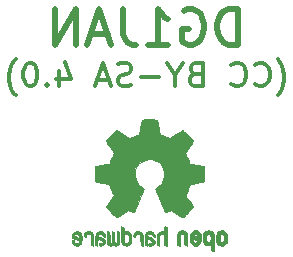
<source format=gbr>
%TF.GenerationSoftware,KiCad,Pcbnew,(6.0.6)*%
%TF.CreationDate,2023-04-06T13:29:05+02:00*%
%TF.ProjectId,1to5UnUn,31746f35-556e-4556-9e2e-6b696361645f,rev?*%
%TF.SameCoordinates,Original*%
%TF.FileFunction,Legend,Bot*%
%TF.FilePolarity,Positive*%
%FSLAX46Y46*%
G04 Gerber Fmt 4.6, Leading zero omitted, Abs format (unit mm)*
G04 Created by KiCad (PCBNEW (6.0.6)) date 2023-04-06 13:29:05*
%MOMM*%
%LPD*%
G01*
G04 APERTURE LIST*
%ADD10C,0.300000*%
%ADD11C,0.500000*%
%ADD12C,0.010000*%
G04 APERTURE END LIST*
D10*
X74595238Y-86916666D02*
X74690476Y-86821428D01*
X74880952Y-86535714D01*
X74976190Y-86345238D01*
X75071428Y-86059523D01*
X75166666Y-85583333D01*
X75166666Y-85202380D01*
X75071428Y-84726190D01*
X74976190Y-84440476D01*
X74880952Y-84250000D01*
X74690476Y-83964285D01*
X74595238Y-83869047D01*
X72690476Y-85964285D02*
X72785714Y-86059523D01*
X73071428Y-86154761D01*
X73261904Y-86154761D01*
X73547619Y-86059523D01*
X73738095Y-85869047D01*
X73833333Y-85678571D01*
X73928571Y-85297619D01*
X73928571Y-85011904D01*
X73833333Y-84630952D01*
X73738095Y-84440476D01*
X73547619Y-84250000D01*
X73261904Y-84154761D01*
X73071428Y-84154761D01*
X72785714Y-84250000D01*
X72690476Y-84345238D01*
X70690476Y-85964285D02*
X70785714Y-86059523D01*
X71071428Y-86154761D01*
X71261904Y-86154761D01*
X71547619Y-86059523D01*
X71738095Y-85869047D01*
X71833333Y-85678571D01*
X71928571Y-85297619D01*
X71928571Y-85011904D01*
X71833333Y-84630952D01*
X71738095Y-84440476D01*
X71547619Y-84250000D01*
X71261904Y-84154761D01*
X71071428Y-84154761D01*
X70785714Y-84250000D01*
X70690476Y-84345238D01*
X67642857Y-85107142D02*
X67357142Y-85202380D01*
X67261904Y-85297619D01*
X67166666Y-85488095D01*
X67166666Y-85773809D01*
X67261904Y-85964285D01*
X67357142Y-86059523D01*
X67547619Y-86154761D01*
X68309523Y-86154761D01*
X68309523Y-84154761D01*
X67642857Y-84154761D01*
X67452380Y-84250000D01*
X67357142Y-84345238D01*
X67261904Y-84535714D01*
X67261904Y-84726190D01*
X67357142Y-84916666D01*
X67452380Y-85011904D01*
X67642857Y-85107142D01*
X68309523Y-85107142D01*
X65928571Y-85202380D02*
X65928571Y-86154761D01*
X66595238Y-84154761D02*
X65928571Y-85202380D01*
X65261904Y-84154761D01*
X64595238Y-85392857D02*
X63071428Y-85392857D01*
X62214285Y-86059523D02*
X61928571Y-86154761D01*
X61452380Y-86154761D01*
X61261904Y-86059523D01*
X61166666Y-85964285D01*
X61071428Y-85773809D01*
X61071428Y-85583333D01*
X61166666Y-85392857D01*
X61261904Y-85297619D01*
X61452380Y-85202380D01*
X61833333Y-85107142D01*
X62023809Y-85011904D01*
X62119047Y-84916666D01*
X62214285Y-84726190D01*
X62214285Y-84535714D01*
X62119047Y-84345238D01*
X62023809Y-84250000D01*
X61833333Y-84154761D01*
X61357142Y-84154761D01*
X61071428Y-84250000D01*
X60309523Y-85583333D02*
X59357142Y-85583333D01*
X60500000Y-86154761D02*
X59833333Y-84154761D01*
X59166666Y-86154761D01*
X56119047Y-84821428D02*
X56119047Y-86154761D01*
X56595238Y-84059523D02*
X57071428Y-85488095D01*
X55833333Y-85488095D01*
X55071428Y-85964285D02*
X54976190Y-86059523D01*
X55071428Y-86154761D01*
X55166666Y-86059523D01*
X55071428Y-85964285D01*
X55071428Y-86154761D01*
X53738095Y-84154761D02*
X53547619Y-84154761D01*
X53357142Y-84250000D01*
X53261904Y-84345238D01*
X53166666Y-84535714D01*
X53071428Y-84916666D01*
X53071428Y-85392857D01*
X53166666Y-85773809D01*
X53261904Y-85964285D01*
X53357142Y-86059523D01*
X53547619Y-86154761D01*
X53738095Y-86154761D01*
X53928571Y-86059523D01*
X54023809Y-85964285D01*
X54119047Y-85773809D01*
X54214285Y-85392857D01*
X54214285Y-84916666D01*
X54119047Y-84535714D01*
X54023809Y-84345238D01*
X53928571Y-84250000D01*
X53738095Y-84154761D01*
X52404761Y-86916666D02*
X52309523Y-86821428D01*
X52119047Y-86535714D01*
X52023809Y-86345238D01*
X51928571Y-86059523D01*
X51833333Y-85583333D01*
X51833333Y-85202380D01*
X51928571Y-84726190D01*
X52023809Y-84440476D01*
X52119047Y-84250000D01*
X52309523Y-83964285D01*
X52404761Y-83869047D01*
D11*
X71214285Y-82607142D02*
X71214285Y-79607142D01*
X70500000Y-79607142D01*
X70071428Y-79750000D01*
X69785714Y-80035714D01*
X69642857Y-80321428D01*
X69500000Y-80892857D01*
X69500000Y-81321428D01*
X69642857Y-81892857D01*
X69785714Y-82178571D01*
X70071428Y-82464285D01*
X70500000Y-82607142D01*
X71214285Y-82607142D01*
X66642857Y-79750000D02*
X66928571Y-79607142D01*
X67357142Y-79607142D01*
X67785714Y-79750000D01*
X68071428Y-80035714D01*
X68214285Y-80321428D01*
X68357142Y-80892857D01*
X68357142Y-81321428D01*
X68214285Y-81892857D01*
X68071428Y-82178571D01*
X67785714Y-82464285D01*
X67357142Y-82607142D01*
X67071428Y-82607142D01*
X66642857Y-82464285D01*
X66500000Y-82321428D01*
X66500000Y-81321428D01*
X67071428Y-81321428D01*
X63642857Y-82607142D02*
X65357142Y-82607142D01*
X64500000Y-82607142D02*
X64500000Y-79607142D01*
X64785714Y-80035714D01*
X65071428Y-80321428D01*
X65357142Y-80464285D01*
X61500000Y-79607142D02*
X61500000Y-81750000D01*
X61642857Y-82178571D01*
X61928571Y-82464285D01*
X62357142Y-82607142D01*
X62642857Y-82607142D01*
X60214285Y-81750000D02*
X58785714Y-81750000D01*
X60500000Y-82607142D02*
X59500000Y-79607142D01*
X58500000Y-82607142D01*
X57500000Y-82607142D02*
X57500000Y-79607142D01*
X55785714Y-82607142D01*
X55785714Y-79607142D01*
%TO.C,REF\u002A\u002A*%
G36*
X66628487Y-98357689D02*
G01*
X66764848Y-98421770D01*
X66876598Y-98532584D01*
X66899761Y-98567273D01*
X66918973Y-98606590D01*
X66932598Y-98656145D01*
X66941877Y-98725568D01*
X66948050Y-98824490D01*
X66952357Y-98962539D01*
X66956038Y-99149346D01*
X66965180Y-99667542D01*
X66888383Y-99638344D01*
X66818068Y-99611520D01*
X66765424Y-99585706D01*
X66731060Y-99552431D01*
X66711093Y-99501510D01*
X66701639Y-99422761D01*
X66698814Y-99305999D01*
X66698736Y-99141042D01*
X66698336Y-99009558D01*
X66695951Y-98883394D01*
X66690259Y-98797223D01*
X66679961Y-98740672D01*
X66663755Y-98703370D01*
X66640345Y-98674943D01*
X66582793Y-98634827D01*
X66486112Y-98619706D01*
X66390465Y-98657917D01*
X66384152Y-98662810D01*
X66364477Y-98685413D01*
X66349963Y-98721664D01*
X66339394Y-98780511D01*
X66331555Y-98870901D01*
X66325227Y-99001779D01*
X66319195Y-99182095D01*
X66304598Y-99664907D01*
X66180517Y-99609283D01*
X66056437Y-99553659D01*
X66056437Y-99112851D01*
X66056951Y-98993098D01*
X66061380Y-98826506D01*
X66072594Y-98702468D01*
X66093272Y-98610987D01*
X66126093Y-98542066D01*
X66173736Y-98485707D01*
X66238877Y-98431914D01*
X66332571Y-98377719D01*
X66480175Y-98342339D01*
X66628487Y-98357689D01*
G37*
D12*
X66628487Y-98357689D02*
X66764848Y-98421770D01*
X66876598Y-98532584D01*
X66899761Y-98567273D01*
X66918973Y-98606590D01*
X66932598Y-98656145D01*
X66941877Y-98725568D01*
X66948050Y-98824490D01*
X66952357Y-98962539D01*
X66956038Y-99149346D01*
X66965180Y-99667542D01*
X66888383Y-99638344D01*
X66818068Y-99611520D01*
X66765424Y-99585706D01*
X66731060Y-99552431D01*
X66711093Y-99501510D01*
X66701639Y-99422761D01*
X66698814Y-99305999D01*
X66698736Y-99141042D01*
X66698336Y-99009558D01*
X66695951Y-98883394D01*
X66690259Y-98797223D01*
X66679961Y-98740672D01*
X66663755Y-98703370D01*
X66640345Y-98674943D01*
X66582793Y-98634827D01*
X66486112Y-98619706D01*
X66390465Y-98657917D01*
X66384152Y-98662810D01*
X66364477Y-98685413D01*
X66349963Y-98721664D01*
X66339394Y-98780511D01*
X66331555Y-98870901D01*
X66325227Y-99001779D01*
X66319195Y-99182095D01*
X66304598Y-99664907D01*
X66180517Y-99609283D01*
X66056437Y-99553659D01*
X66056437Y-99112851D01*
X66056951Y-98993098D01*
X66061380Y-98826506D01*
X66072594Y-98702468D01*
X66093272Y-98610987D01*
X66126093Y-98542066D01*
X66173736Y-98485707D01*
X66238877Y-98431914D01*
X66332571Y-98377719D01*
X66480175Y-98342339D01*
X66628487Y-98357689D01*
G36*
X65114885Y-98018997D02*
G01*
X65209770Y-98059020D01*
X65209770Y-98848706D01*
X65209769Y-98857920D01*
X65209377Y-99065083D01*
X65208329Y-99251432D01*
X65206722Y-99409453D01*
X65204655Y-99531630D01*
X65202225Y-99610448D01*
X65199529Y-99638391D01*
X65198475Y-99638297D01*
X65162647Y-99628144D01*
X65097345Y-99606339D01*
X65005402Y-99574288D01*
X65005402Y-99162991D01*
X65004818Y-99001385D01*
X65002104Y-98884177D01*
X64995858Y-98804415D01*
X64984680Y-98751531D01*
X64967168Y-98714957D01*
X64941922Y-98684123D01*
X64924710Y-98667725D01*
X64831636Y-98622307D01*
X64729051Y-98626328D01*
X64635043Y-98680032D01*
X64621358Y-98693359D01*
X64599439Y-98721032D01*
X64584440Y-98757614D01*
X64575053Y-98813000D01*
X64569968Y-98897088D01*
X64567877Y-99019773D01*
X64567471Y-99190951D01*
X64567276Y-99277769D01*
X64566010Y-99420565D01*
X64563761Y-99534923D01*
X64560758Y-99610860D01*
X64557230Y-99638391D01*
X64556176Y-99638297D01*
X64520348Y-99628144D01*
X64455046Y-99606339D01*
X64363103Y-99574288D01*
X64363149Y-99161109D01*
X64363218Y-99124326D01*
X64367081Y-98932580D01*
X64378950Y-98787586D01*
X64401725Y-98679510D01*
X64438307Y-98598519D01*
X64491595Y-98534778D01*
X64564490Y-98478455D01*
X64635586Y-98443199D01*
X64749255Y-98415946D01*
X64861060Y-98414398D01*
X64947011Y-98440910D01*
X64953473Y-98444571D01*
X64973401Y-98444179D01*
X64987019Y-98413506D01*
X64996846Y-98343188D01*
X65005402Y-98223857D01*
X65020000Y-97978973D01*
X65114885Y-98018997D01*
G37*
X65114885Y-98018997D02*
X65209770Y-98059020D01*
X65209770Y-98848706D01*
X65209769Y-98857920D01*
X65209377Y-99065083D01*
X65208329Y-99251432D01*
X65206722Y-99409453D01*
X65204655Y-99531630D01*
X65202225Y-99610448D01*
X65199529Y-99638391D01*
X65198475Y-99638297D01*
X65162647Y-99628144D01*
X65097345Y-99606339D01*
X65005402Y-99574288D01*
X65005402Y-99162991D01*
X65004818Y-99001385D01*
X65002104Y-98884177D01*
X64995858Y-98804415D01*
X64984680Y-98751531D01*
X64967168Y-98714957D01*
X64941922Y-98684123D01*
X64924710Y-98667725D01*
X64831636Y-98622307D01*
X64729051Y-98626328D01*
X64635043Y-98680032D01*
X64621358Y-98693359D01*
X64599439Y-98721032D01*
X64584440Y-98757614D01*
X64575053Y-98813000D01*
X64569968Y-98897088D01*
X64567877Y-99019773D01*
X64567471Y-99190951D01*
X64567276Y-99277769D01*
X64566010Y-99420565D01*
X64563761Y-99534923D01*
X64560758Y-99610860D01*
X64557230Y-99638391D01*
X64556176Y-99638297D01*
X64520348Y-99628144D01*
X64455046Y-99606339D01*
X64363103Y-99574288D01*
X64363149Y-99161109D01*
X64363218Y-99124326D01*
X64367081Y-98932580D01*
X64378950Y-98787586D01*
X64401725Y-98679510D01*
X64438307Y-98598519D01*
X64491595Y-98534778D01*
X64564490Y-98478455D01*
X64635586Y-98443199D01*
X64749255Y-98415946D01*
X64861060Y-98414398D01*
X64947011Y-98440910D01*
X64953473Y-98444571D01*
X64973401Y-98444179D01*
X64987019Y-98413506D01*
X64996846Y-98343188D01*
X65005402Y-98223857D01*
X65020000Y-97978973D01*
X65114885Y-98018997D01*
G36*
X59661628Y-98414810D02*
G01*
X59724194Y-98430702D01*
X59782446Y-98470322D01*
X59857418Y-98544076D01*
X59905633Y-98596163D01*
X59955858Y-98663786D01*
X59978510Y-98727168D01*
X59983793Y-98807584D01*
X59983793Y-98939201D01*
X59894035Y-98892785D01*
X59822904Y-98836225D01*
X59774183Y-98760040D01*
X59765814Y-98739326D01*
X59702056Y-98659041D01*
X59613470Y-98618784D01*
X59516873Y-98622702D01*
X59429080Y-98674943D01*
X59391936Y-98717370D01*
X59370300Y-98771647D01*
X59393461Y-98819954D01*
X59465479Y-98868545D01*
X59590410Y-98923677D01*
X59609368Y-98931292D01*
X59723105Y-98981125D01*
X59820706Y-99030265D01*
X59882803Y-99069080D01*
X59944999Y-99138411D01*
X59986346Y-99249051D01*
X59981957Y-99367782D01*
X59933037Y-99480148D01*
X59840797Y-99571690D01*
X59766110Y-99610658D01*
X59621832Y-99637944D01*
X59541656Y-99634263D01*
X59467435Y-99614360D01*
X59438960Y-99572598D01*
X59449608Y-99503820D01*
X59452705Y-99494726D01*
X59477268Y-99446498D01*
X59518165Y-99428245D01*
X59596079Y-99429466D01*
X59651091Y-99431126D01*
X59715459Y-99416881D01*
X59759561Y-99374292D01*
X59784680Y-99321857D01*
X59787481Y-99266929D01*
X59787352Y-99266608D01*
X59754785Y-99236928D01*
X59685083Y-99193735D01*
X59594898Y-99145461D01*
X59500883Y-99100539D01*
X59419689Y-99067402D01*
X59367968Y-99054483D01*
X59360274Y-99067134D01*
X59350588Y-99126668D01*
X59343954Y-99223887D01*
X59341494Y-99346437D01*
X59340922Y-99431263D01*
X59338225Y-99538094D01*
X59333821Y-99611257D01*
X59328270Y-99638391D01*
X59299254Y-99629272D01*
X59240684Y-99604509D01*
X59166322Y-99570627D01*
X59166322Y-99135933D01*
X59166797Y-99024508D01*
X59171293Y-98855301D01*
X59182747Y-98729769D01*
X59203828Y-98638363D01*
X59237206Y-98571532D01*
X59285550Y-98519726D01*
X59351531Y-98473393D01*
X59435594Y-98435156D01*
X59590807Y-98412184D01*
X59661628Y-98414810D01*
G37*
X59661628Y-98414810D02*
X59724194Y-98430702D01*
X59782446Y-98470322D01*
X59857418Y-98544076D01*
X59905633Y-98596163D01*
X59955858Y-98663786D01*
X59978510Y-98727168D01*
X59983793Y-98807584D01*
X59983793Y-98939201D01*
X59894035Y-98892785D01*
X59822904Y-98836225D01*
X59774183Y-98760040D01*
X59765814Y-98739326D01*
X59702056Y-98659041D01*
X59613470Y-98618784D01*
X59516873Y-98622702D01*
X59429080Y-98674943D01*
X59391936Y-98717370D01*
X59370300Y-98771647D01*
X59393461Y-98819954D01*
X59465479Y-98868545D01*
X59590410Y-98923677D01*
X59609368Y-98931292D01*
X59723105Y-98981125D01*
X59820706Y-99030265D01*
X59882803Y-99069080D01*
X59944999Y-99138411D01*
X59986346Y-99249051D01*
X59981957Y-99367782D01*
X59933037Y-99480148D01*
X59840797Y-99571690D01*
X59766110Y-99610658D01*
X59621832Y-99637944D01*
X59541656Y-99634263D01*
X59467435Y-99614360D01*
X59438960Y-99572598D01*
X59449608Y-99503820D01*
X59452705Y-99494726D01*
X59477268Y-99446498D01*
X59518165Y-99428245D01*
X59596079Y-99429466D01*
X59651091Y-99431126D01*
X59715459Y-99416881D01*
X59759561Y-99374292D01*
X59784680Y-99321857D01*
X59787481Y-99266929D01*
X59787352Y-99266608D01*
X59754785Y-99236928D01*
X59685083Y-99193735D01*
X59594898Y-99145461D01*
X59500883Y-99100539D01*
X59419689Y-99067402D01*
X59367968Y-99054483D01*
X59360274Y-99067134D01*
X59350588Y-99126668D01*
X59343954Y-99223887D01*
X59341494Y-99346437D01*
X59340922Y-99431263D01*
X59338225Y-99538094D01*
X59333821Y-99611257D01*
X59328270Y-99638391D01*
X59299254Y-99629272D01*
X59240684Y-99604509D01*
X59166322Y-99570627D01*
X59166322Y-99135933D01*
X59166797Y-99024508D01*
X59171293Y-98855301D01*
X59182747Y-98729769D01*
X59203828Y-98638363D01*
X59237206Y-98571532D01*
X59285550Y-98519726D01*
X59351531Y-98473393D01*
X59435594Y-98435156D01*
X59590807Y-98412184D01*
X59661628Y-98414810D01*
G36*
X58686725Y-98424619D02*
G01*
X58807261Y-98469393D01*
X58857388Y-98503034D01*
X58908152Y-98551236D01*
X58944362Y-98612551D01*
X58968393Y-98696024D01*
X58982618Y-98810697D01*
X58989412Y-98965613D01*
X58991149Y-99169814D01*
X58990809Y-99275341D01*
X58989101Y-99419541D01*
X58986201Y-99534620D01*
X58982384Y-99610822D01*
X58977925Y-99638391D01*
X58948909Y-99629272D01*
X58890339Y-99604509D01*
X58888581Y-99603707D01*
X58858167Y-99587785D01*
X58837712Y-99565938D01*
X58825240Y-99527672D01*
X58818777Y-99462495D01*
X58816348Y-99359913D01*
X58815977Y-99209433D01*
X58815229Y-99113974D01*
X58807256Y-98934571D01*
X58788998Y-98803163D01*
X58758526Y-98712859D01*
X58713912Y-98656767D01*
X58653226Y-98627994D01*
X58644807Y-98625989D01*
X58531139Y-98624423D01*
X58442492Y-98675348D01*
X58381265Y-98777445D01*
X58370346Y-98806961D01*
X58345458Y-98872283D01*
X58332854Y-98902300D01*
X58306969Y-98898164D01*
X58250439Y-98875717D01*
X58197715Y-98838647D01*
X58173678Y-98768587D01*
X58180847Y-98718406D01*
X58224897Y-98616618D01*
X58296123Y-98521235D01*
X58379415Y-98455269D01*
X58414310Y-98440018D01*
X58546443Y-98414521D01*
X58686725Y-98424619D01*
G37*
X58686725Y-98424619D02*
X58807261Y-98469393D01*
X58857388Y-98503034D01*
X58908152Y-98551236D01*
X58944362Y-98612551D01*
X58968393Y-98696024D01*
X58982618Y-98810697D01*
X58989412Y-98965613D01*
X58991149Y-99169814D01*
X58990809Y-99275341D01*
X58989101Y-99419541D01*
X58986201Y-99534620D01*
X58982384Y-99610822D01*
X58977925Y-99638391D01*
X58948909Y-99629272D01*
X58890339Y-99604509D01*
X58888581Y-99603707D01*
X58858167Y-99587785D01*
X58837712Y-99565938D01*
X58825240Y-99527672D01*
X58818777Y-99462495D01*
X58816348Y-99359913D01*
X58815977Y-99209433D01*
X58815229Y-99113974D01*
X58807256Y-98934571D01*
X58788998Y-98803163D01*
X58758526Y-98712859D01*
X58713912Y-98656767D01*
X58653226Y-98627994D01*
X58644807Y-98625989D01*
X58531139Y-98624423D01*
X58442492Y-98675348D01*
X58381265Y-98777445D01*
X58370346Y-98806961D01*
X58345458Y-98872283D01*
X58332854Y-98902300D01*
X58306969Y-98898164D01*
X58250439Y-98875717D01*
X58197715Y-98838647D01*
X58173678Y-98768587D01*
X58180847Y-98718406D01*
X58224897Y-98616618D01*
X58296123Y-98521235D01*
X58379415Y-98455269D01*
X58414310Y-98440018D01*
X58546443Y-98414521D01*
X58686725Y-98424619D01*
G36*
X62200219Y-99139135D02*
G01*
X62183739Y-99294320D01*
X62147883Y-99410612D01*
X62088455Y-99499411D01*
X62001257Y-99572119D01*
X61918195Y-99614150D01*
X61778709Y-99637538D01*
X61639412Y-99611965D01*
X61513510Y-99540694D01*
X61414210Y-99426991D01*
X61402219Y-99406024D01*
X61386384Y-99369291D01*
X61374638Y-99322415D01*
X61366378Y-99257355D01*
X61360998Y-99166070D01*
X61357892Y-99040519D01*
X61357797Y-99029379D01*
X61560345Y-99029379D01*
X61561035Y-99135644D01*
X61565400Y-99231762D01*
X61576192Y-99293811D01*
X61596126Y-99335502D01*
X61627916Y-99370543D01*
X61635364Y-99377279D01*
X61731060Y-99426992D01*
X61832312Y-99421905D01*
X61926614Y-99362362D01*
X61954694Y-99331514D01*
X61978196Y-99290618D01*
X61991322Y-99234080D01*
X61997030Y-99147657D01*
X61998276Y-99017106D01*
X61997661Y-98917487D01*
X61993407Y-98820251D01*
X61982682Y-98757502D01*
X61962707Y-98715382D01*
X61930704Y-98680032D01*
X61911905Y-98664114D01*
X61814492Y-98621235D01*
X61712437Y-98627985D01*
X61623825Y-98684123D01*
X61604749Y-98706382D01*
X61581486Y-98748293D01*
X61568036Y-98806822D01*
X61561841Y-98895880D01*
X61560345Y-99029379D01*
X61357797Y-99029379D01*
X61356457Y-98872661D01*
X61356086Y-98654455D01*
X61355977Y-97977072D01*
X61450862Y-98016819D01*
X61475949Y-98027699D01*
X61515881Y-98052268D01*
X61538739Y-98089475D01*
X61551301Y-98154541D01*
X61560345Y-98262687D01*
X61568605Y-98359788D01*
X61579523Y-98423535D01*
X61595165Y-98447323D01*
X61618736Y-98440943D01*
X61678801Y-98418525D01*
X61786145Y-98412967D01*
X61901624Y-98433728D01*
X62001257Y-98478455D01*
X62056072Y-98519856D01*
X62126452Y-98600632D01*
X62171528Y-98704195D01*
X62195496Y-98841947D01*
X62202239Y-99017106D01*
X62202553Y-99025287D01*
X62200219Y-99139135D01*
G37*
X62200219Y-99139135D02*
X62183739Y-99294320D01*
X62147883Y-99410612D01*
X62088455Y-99499411D01*
X62001257Y-99572119D01*
X61918195Y-99614150D01*
X61778709Y-99637538D01*
X61639412Y-99611965D01*
X61513510Y-99540694D01*
X61414210Y-99426991D01*
X61402219Y-99406024D01*
X61386384Y-99369291D01*
X61374638Y-99322415D01*
X61366378Y-99257355D01*
X61360998Y-99166070D01*
X61357892Y-99040519D01*
X61357797Y-99029379D01*
X61560345Y-99029379D01*
X61561035Y-99135644D01*
X61565400Y-99231762D01*
X61576192Y-99293811D01*
X61596126Y-99335502D01*
X61627916Y-99370543D01*
X61635364Y-99377279D01*
X61731060Y-99426992D01*
X61832312Y-99421905D01*
X61926614Y-99362362D01*
X61954694Y-99331514D01*
X61978196Y-99290618D01*
X61991322Y-99234080D01*
X61997030Y-99147657D01*
X61998276Y-99017106D01*
X61997661Y-98917487D01*
X61993407Y-98820251D01*
X61982682Y-98757502D01*
X61962707Y-98715382D01*
X61930704Y-98680032D01*
X61911905Y-98664114D01*
X61814492Y-98621235D01*
X61712437Y-98627985D01*
X61623825Y-98684123D01*
X61604749Y-98706382D01*
X61581486Y-98748293D01*
X61568036Y-98806822D01*
X61561841Y-98895880D01*
X61560345Y-99029379D01*
X61357797Y-99029379D01*
X61356457Y-98872661D01*
X61356086Y-98654455D01*
X61355977Y-97977072D01*
X61450862Y-98016819D01*
X61475949Y-98027699D01*
X61515881Y-98052268D01*
X61538739Y-98089475D01*
X61551301Y-98154541D01*
X61560345Y-98262687D01*
X61568605Y-98359788D01*
X61579523Y-98423535D01*
X61595165Y-98447323D01*
X61618736Y-98440943D01*
X61678801Y-98418525D01*
X61786145Y-98412967D01*
X61901624Y-98433728D01*
X62001257Y-98478455D01*
X62056072Y-98519856D01*
X62126452Y-98600632D01*
X62171528Y-98704195D01*
X62195496Y-98841947D01*
X62202239Y-99017106D01*
X62202553Y-99025287D01*
X62200219Y-99139135D01*
G36*
X57997744Y-99108946D02*
G01*
X57990612Y-99262254D01*
X57971948Y-99374441D01*
X57937537Y-99457554D01*
X57883162Y-99523641D01*
X57804610Y-99584747D01*
X57754630Y-99612535D01*
X57674513Y-99631251D01*
X57561970Y-99629774D01*
X57499050Y-99623845D01*
X57423153Y-99605742D01*
X57362487Y-99566391D01*
X57291912Y-99493066D01*
X57282482Y-99482356D01*
X57219034Y-99399938D01*
X57188762Y-99328156D01*
X57181034Y-99243034D01*
X57181034Y-99117946D01*
X57268447Y-99150940D01*
X57332175Y-99189509D01*
X57387567Y-99280008D01*
X57399131Y-99308983D01*
X57463788Y-99391041D01*
X57551804Y-99432347D01*
X57647637Y-99428633D01*
X57735747Y-99375632D01*
X57766028Y-99342582D01*
X57793489Y-99292720D01*
X57784899Y-99247416D01*
X57735463Y-99200790D01*
X57640389Y-99146958D01*
X57494885Y-99080039D01*
X57195632Y-98949056D01*
X57187691Y-98819298D01*
X57190676Y-98736649D01*
X57385652Y-98736649D01*
X57400453Y-98787815D01*
X57467797Y-98842442D01*
X57590027Y-98904597D01*
X57610253Y-98913601D01*
X57706970Y-98955493D01*
X57779334Y-98984958D01*
X57812961Y-98996092D01*
X57818056Y-98987896D01*
X57820101Y-98937853D01*
X57812812Y-98857414D01*
X57794452Y-98778753D01*
X57737188Y-98679651D01*
X57654524Y-98623808D01*
X57555784Y-98616250D01*
X57450289Y-98662000D01*
X57421053Y-98684876D01*
X57385652Y-98736649D01*
X57190676Y-98736649D01*
X57191196Y-98722255D01*
X57235336Y-98599617D01*
X57291050Y-98532034D01*
X57406561Y-98456540D01*
X57543588Y-98418403D01*
X57685237Y-98421422D01*
X57814617Y-98469393D01*
X57843099Y-98487813D01*
X57908428Y-98544811D01*
X57953106Y-98616916D01*
X57980641Y-98714853D01*
X57994541Y-98849351D01*
X57996378Y-98937853D01*
X57998313Y-99031136D01*
X57997744Y-99108946D01*
G37*
X57997744Y-99108946D02*
X57990612Y-99262254D01*
X57971948Y-99374441D01*
X57937537Y-99457554D01*
X57883162Y-99523641D01*
X57804610Y-99584747D01*
X57754630Y-99612535D01*
X57674513Y-99631251D01*
X57561970Y-99629774D01*
X57499050Y-99623845D01*
X57423153Y-99605742D01*
X57362487Y-99566391D01*
X57291912Y-99493066D01*
X57282482Y-99482356D01*
X57219034Y-99399938D01*
X57188762Y-99328156D01*
X57181034Y-99243034D01*
X57181034Y-99117946D01*
X57268447Y-99150940D01*
X57332175Y-99189509D01*
X57387567Y-99280008D01*
X57399131Y-99308983D01*
X57463788Y-99391041D01*
X57551804Y-99432347D01*
X57647637Y-99428633D01*
X57735747Y-99375632D01*
X57766028Y-99342582D01*
X57793489Y-99292720D01*
X57784899Y-99247416D01*
X57735463Y-99200790D01*
X57640389Y-99146958D01*
X57494885Y-99080039D01*
X57195632Y-98949056D01*
X57187691Y-98819298D01*
X57190676Y-98736649D01*
X57385652Y-98736649D01*
X57400453Y-98787815D01*
X57467797Y-98842442D01*
X57590027Y-98904597D01*
X57610253Y-98913601D01*
X57706970Y-98955493D01*
X57779334Y-98984958D01*
X57812961Y-98996092D01*
X57818056Y-98987896D01*
X57820101Y-98937853D01*
X57812812Y-98857414D01*
X57794452Y-98778753D01*
X57737188Y-98679651D01*
X57654524Y-98623808D01*
X57555784Y-98616250D01*
X57450289Y-98662000D01*
X57421053Y-98684876D01*
X57385652Y-98736649D01*
X57190676Y-98736649D01*
X57191196Y-98722255D01*
X57235336Y-98599617D01*
X57291050Y-98532034D01*
X57406561Y-98456540D01*
X57543588Y-98418403D01*
X57685237Y-98421422D01*
X57814617Y-98469393D01*
X57843099Y-98487813D01*
X57908428Y-98544811D01*
X57953106Y-98616916D01*
X57980641Y-98714853D01*
X57994541Y-98849351D01*
X57996378Y-98937853D01*
X57998313Y-99031136D01*
X57997744Y-99108946D01*
G36*
X61042410Y-98420970D02*
G01*
X61106442Y-98446066D01*
X61180805Y-98479947D01*
X61180805Y-99458727D01*
X61088415Y-99551117D01*
X61067310Y-99571835D01*
X61008847Y-99617885D01*
X60949886Y-99632801D01*
X60862150Y-99625934D01*
X60826429Y-99621494D01*
X60734301Y-99612102D01*
X60669885Y-99608361D01*
X60650778Y-99608933D01*
X60572390Y-99615126D01*
X60477620Y-99625934D01*
X60447298Y-99629647D01*
X60370911Y-99631107D01*
X60315022Y-99608047D01*
X60251355Y-99551117D01*
X60158965Y-99458727D01*
X60158965Y-98935455D01*
X60159685Y-98780821D01*
X60161929Y-98633391D01*
X60165421Y-98516653D01*
X60169876Y-98439840D01*
X60175013Y-98412184D01*
X60176090Y-98412258D01*
X60213407Y-98426019D01*
X60276457Y-98456344D01*
X60361854Y-98500505D01*
X60369893Y-98959965D01*
X60377931Y-99419425D01*
X60553103Y-99419425D01*
X60561092Y-98915805D01*
X60563624Y-98778904D01*
X60567249Y-98632579D01*
X60571177Y-98516411D01*
X60575080Y-98439809D01*
X60578632Y-98412184D01*
X60579653Y-98412281D01*
X60615051Y-98422443D01*
X60680126Y-98444235D01*
X60772069Y-98476287D01*
X60772516Y-98918661D01*
X60772964Y-98995507D01*
X60776069Y-99144834D01*
X60781622Y-99269544D01*
X60789033Y-99358379D01*
X60797714Y-99400083D01*
X60828771Y-99422389D01*
X60892152Y-99429278D01*
X60961839Y-99419425D01*
X60969827Y-98915805D01*
X60972686Y-98787828D01*
X60978614Y-98636348D01*
X60986365Y-98517530D01*
X60995343Y-98439950D01*
X61004948Y-98412184D01*
X61042410Y-98420970D01*
G37*
X61042410Y-98420970D02*
X61106442Y-98446066D01*
X61180805Y-98479947D01*
X61180805Y-99458727D01*
X61088415Y-99551117D01*
X61067310Y-99571835D01*
X61008847Y-99617885D01*
X60949886Y-99632801D01*
X60862150Y-99625934D01*
X60826429Y-99621494D01*
X60734301Y-99612102D01*
X60669885Y-99608361D01*
X60650778Y-99608933D01*
X60572390Y-99615126D01*
X60477620Y-99625934D01*
X60447298Y-99629647D01*
X60370911Y-99631107D01*
X60315022Y-99608047D01*
X60251355Y-99551117D01*
X60158965Y-99458727D01*
X60158965Y-98935455D01*
X60159685Y-98780821D01*
X60161929Y-98633391D01*
X60165421Y-98516653D01*
X60169876Y-98439840D01*
X60175013Y-98412184D01*
X60176090Y-98412258D01*
X60213407Y-98426019D01*
X60276457Y-98456344D01*
X60361854Y-98500505D01*
X60369893Y-98959965D01*
X60377931Y-99419425D01*
X60553103Y-99419425D01*
X60561092Y-98915805D01*
X60563624Y-98778904D01*
X60567249Y-98632579D01*
X60571177Y-98516411D01*
X60575080Y-98439809D01*
X60578632Y-98412184D01*
X60579653Y-98412281D01*
X60615051Y-98422443D01*
X60680126Y-98444235D01*
X60772069Y-98476287D01*
X60772516Y-98918661D01*
X60772964Y-98995507D01*
X60776069Y-99144834D01*
X60781622Y-99269544D01*
X60789033Y-99358379D01*
X60797714Y-99400083D01*
X60828771Y-99422389D01*
X60892152Y-99429278D01*
X60961839Y-99419425D01*
X60969827Y-98915805D01*
X60972686Y-98787828D01*
X60978614Y-98636348D01*
X60986365Y-98517530D01*
X60995343Y-98439950D01*
X61004948Y-98412184D01*
X61042410Y-98420970D01*
G36*
X68090168Y-99134639D02*
G01*
X68084926Y-99181526D01*
X68045868Y-99348409D01*
X67975290Y-99475326D01*
X67867955Y-99572602D01*
X67861888Y-99576616D01*
X67725440Y-99633706D01*
X67582973Y-99638786D01*
X67445696Y-99595311D01*
X67324819Y-99506734D01*
X67231552Y-99376509D01*
X67229986Y-99373369D01*
X67198993Y-99292501D01*
X67176292Y-99200593D01*
X67164250Y-99114311D01*
X67165237Y-99050321D01*
X67181623Y-99025287D01*
X67196179Y-99026809D01*
X67265792Y-99054496D01*
X67344697Y-99105409D01*
X67411820Y-99164343D01*
X67446087Y-99216094D01*
X67481707Y-99286291D01*
X67554711Y-99350138D01*
X67639485Y-99375632D01*
X67670558Y-99368261D01*
X67731891Y-99331154D01*
X67785315Y-99279644D01*
X67808161Y-99232913D01*
X67808154Y-99232740D01*
X67782233Y-99211280D01*
X67713127Y-99172565D01*
X67611249Y-99122037D01*
X67487011Y-99065134D01*
X67486328Y-99064833D01*
X67351355Y-99004738D01*
X67260884Y-98961440D01*
X67206039Y-98928179D01*
X67177944Y-98898194D01*
X67167724Y-98864726D01*
X67166503Y-98821015D01*
X67174996Y-98738244D01*
X67463219Y-98738244D01*
X67492970Y-98764265D01*
X67567101Y-98803256D01*
X67569274Y-98804359D01*
X67656733Y-98846009D01*
X67734974Y-98879235D01*
X67784611Y-98893291D01*
X67804521Y-98874503D01*
X67808161Y-98810124D01*
X67793035Y-98730001D01*
X67740597Y-98657189D01*
X67664677Y-98619439D01*
X67580040Y-98623251D01*
X67501447Y-98675121D01*
X67470555Y-98710965D01*
X67463219Y-98738244D01*
X67174996Y-98738244D01*
X67177251Y-98716265D01*
X67230389Y-98573949D01*
X67319342Y-98462111D01*
X67434448Y-98384676D01*
X67566045Y-98345568D01*
X67704472Y-98348711D01*
X67840065Y-98398030D01*
X67963164Y-98497447D01*
X68031366Y-98595829D01*
X68080356Y-98736261D01*
X68088322Y-98810124D01*
X68099452Y-98913329D01*
X68090168Y-99134639D01*
G37*
X68090168Y-99134639D02*
X68084926Y-99181526D01*
X68045868Y-99348409D01*
X67975290Y-99475326D01*
X67867955Y-99572602D01*
X67861888Y-99576616D01*
X67725440Y-99633706D01*
X67582973Y-99638786D01*
X67445696Y-99595311D01*
X67324819Y-99506734D01*
X67231552Y-99376509D01*
X67229986Y-99373369D01*
X67198993Y-99292501D01*
X67176292Y-99200593D01*
X67164250Y-99114311D01*
X67165237Y-99050321D01*
X67181623Y-99025287D01*
X67196179Y-99026809D01*
X67265792Y-99054496D01*
X67344697Y-99105409D01*
X67411820Y-99164343D01*
X67446087Y-99216094D01*
X67481707Y-99286291D01*
X67554711Y-99350138D01*
X67639485Y-99375632D01*
X67670558Y-99368261D01*
X67731891Y-99331154D01*
X67785315Y-99279644D01*
X67808161Y-99232913D01*
X67808154Y-99232740D01*
X67782233Y-99211280D01*
X67713127Y-99172565D01*
X67611249Y-99122037D01*
X67487011Y-99065134D01*
X67486328Y-99064833D01*
X67351355Y-99004738D01*
X67260884Y-98961440D01*
X67206039Y-98928179D01*
X67177944Y-98898194D01*
X67167724Y-98864726D01*
X67166503Y-98821015D01*
X67174996Y-98738244D01*
X67463219Y-98738244D01*
X67492970Y-98764265D01*
X67567101Y-98803256D01*
X67569274Y-98804359D01*
X67656733Y-98846009D01*
X67734974Y-98879235D01*
X67784611Y-98893291D01*
X67804521Y-98874503D01*
X67808161Y-98810124D01*
X67793035Y-98730001D01*
X67740597Y-98657189D01*
X67664677Y-98619439D01*
X67580040Y-98623251D01*
X67501447Y-98675121D01*
X67470555Y-98710965D01*
X67463219Y-98738244D01*
X67174996Y-98738244D01*
X67177251Y-98716265D01*
X67230389Y-98573949D01*
X67319342Y-98462111D01*
X67434448Y-98384676D01*
X67566045Y-98345568D01*
X67704472Y-98348711D01*
X67840065Y-98398030D01*
X67963164Y-98497447D01*
X68031366Y-98595829D01*
X68080356Y-98736261D01*
X68088322Y-98810124D01*
X68099452Y-98913329D01*
X68090168Y-99134639D01*
G36*
X62960872Y-98455536D02*
G01*
X62970090Y-98460638D01*
X63045381Y-98519080D01*
X63112698Y-98594215D01*
X63124439Y-98611196D01*
X63146883Y-98650825D01*
X63162918Y-98697858D01*
X63173945Y-98762492D01*
X63181365Y-98854923D01*
X63186579Y-98985349D01*
X63190989Y-99163965D01*
X63191614Y-99194162D01*
X63193620Y-99389941D01*
X63190792Y-99528603D01*
X63183088Y-99611103D01*
X63170466Y-99638391D01*
X63132267Y-99630220D01*
X63067374Y-99605463D01*
X63052094Y-99598223D01*
X63028227Y-99581835D01*
X63011769Y-99554893D01*
X63001005Y-99507833D01*
X62994219Y-99431088D01*
X62989693Y-99315095D01*
X62985713Y-99150287D01*
X62984622Y-99102112D01*
X62980407Y-98949960D01*
X62974936Y-98843476D01*
X62966554Y-98772565D01*
X62953606Y-98727129D01*
X62934439Y-98697072D01*
X62907398Y-98672296D01*
X62827337Y-98628861D01*
X62728846Y-98620498D01*
X62640719Y-98653734D01*
X62577314Y-98722548D01*
X62552988Y-98820920D01*
X62552311Y-98847658D01*
X62539024Y-98896065D01*
X62499796Y-98903450D01*
X62422983Y-98874624D01*
X62405192Y-98865378D01*
X62357109Y-98811006D01*
X62356157Y-98730161D01*
X62401968Y-98618352D01*
X62443990Y-98557419D01*
X62551435Y-98470859D01*
X62684057Y-98421920D01*
X62825867Y-98415260D01*
X62960872Y-98455536D01*
G37*
X62960872Y-98455536D02*
X62970090Y-98460638D01*
X63045381Y-98519080D01*
X63112698Y-98594215D01*
X63124439Y-98611196D01*
X63146883Y-98650825D01*
X63162918Y-98697858D01*
X63173945Y-98762492D01*
X63181365Y-98854923D01*
X63186579Y-98985349D01*
X63190989Y-99163965D01*
X63191614Y-99194162D01*
X63193620Y-99389941D01*
X63190792Y-99528603D01*
X63183088Y-99611103D01*
X63170466Y-99638391D01*
X63132267Y-99630220D01*
X63067374Y-99605463D01*
X63052094Y-99598223D01*
X63028227Y-99581835D01*
X63011769Y-99554893D01*
X63001005Y-99507833D01*
X62994219Y-99431088D01*
X62989693Y-99315095D01*
X62985713Y-99150287D01*
X62984622Y-99102112D01*
X62980407Y-98949960D01*
X62974936Y-98843476D01*
X62966554Y-98772565D01*
X62953606Y-98727129D01*
X62934439Y-98697072D01*
X62907398Y-98672296D01*
X62827337Y-98628861D01*
X62728846Y-98620498D01*
X62640719Y-98653734D01*
X62577314Y-98722548D01*
X62552988Y-98820920D01*
X62552311Y-98847658D01*
X62539024Y-98896065D01*
X62499796Y-98903450D01*
X62422983Y-98874624D01*
X62405192Y-98865378D01*
X62357109Y-98811006D01*
X62356157Y-98730161D01*
X62401968Y-98618352D01*
X62443990Y-98557419D01*
X62551435Y-98470859D01*
X62684057Y-98421920D01*
X62825867Y-98415260D01*
X62960872Y-98455536D01*
G36*
X63979175Y-88953045D02*
G01*
X64131895Y-88954039D01*
X64241792Y-88956593D01*
X64316235Y-88961445D01*
X64362594Y-88969331D01*
X64388239Y-88980988D01*
X64400539Y-88997153D01*
X64406865Y-89018563D01*
X64407047Y-89019332D01*
X64417441Y-89069663D01*
X64436339Y-89166888D01*
X64461802Y-89300810D01*
X64491890Y-89461235D01*
X64524664Y-89637967D01*
X64527337Y-89652428D01*
X64560010Y-89823959D01*
X64590413Y-89974625D01*
X64616568Y-90095267D01*
X64636496Y-90176729D01*
X64648220Y-90209852D01*
X64648282Y-90209905D01*
X64685229Y-90228229D01*
X64761057Y-90258677D01*
X64859425Y-90294685D01*
X64864965Y-90296640D01*
X64990724Y-90344170D01*
X65137011Y-90403783D01*
X65273293Y-90463056D01*
X65497390Y-90564765D01*
X65993618Y-90225897D01*
X66028570Y-90202063D01*
X66178280Y-90100755D01*
X66311867Y-90011575D01*
X66421343Y-89939773D01*
X66498718Y-89890603D01*
X66536004Y-89869317D01*
X66561552Y-89874196D01*
X66619555Y-89912002D01*
X66709195Y-89986870D01*
X66832957Y-90100903D01*
X66993328Y-90256205D01*
X67007679Y-90270341D01*
X67134933Y-90396999D01*
X67247969Y-90511745D01*
X67339867Y-90607391D01*
X67403707Y-90676746D01*
X67432570Y-90712620D01*
X67432664Y-90712794D01*
X67436331Y-90740106D01*
X67422808Y-90784408D01*
X67388684Y-90851761D01*
X67330548Y-90948226D01*
X67244988Y-91079863D01*
X67128594Y-91252734D01*
X67108759Y-91281912D01*
X67008445Y-91429726D01*
X66919923Y-91560577D01*
X66848465Y-91666643D01*
X66799343Y-91740102D01*
X66777831Y-91773130D01*
X66776208Y-91780126D01*
X66786387Y-91832326D01*
X66816879Y-91917561D01*
X66862712Y-92021291D01*
X66925000Y-92156951D01*
X66994548Y-92317921D01*
X67053609Y-92463621D01*
X67068252Y-92501333D01*
X67106600Y-92597622D01*
X67134770Y-92664704D01*
X67147497Y-92689885D01*
X67161545Y-92691767D01*
X67224681Y-92702651D01*
X67328019Y-92721449D01*
X67460809Y-92746115D01*
X67612297Y-92774604D01*
X67771732Y-92804873D01*
X67928361Y-92834875D01*
X68071433Y-92862566D01*
X68190195Y-92885900D01*
X68273896Y-92902833D01*
X68311782Y-92911320D01*
X68318063Y-92913713D01*
X68333373Y-92926619D01*
X68344763Y-92954096D01*
X68352803Y-93003446D01*
X68358064Y-93081973D01*
X68361116Y-93196980D01*
X68362529Y-93355770D01*
X68362873Y-93565645D01*
X68362873Y-94203906D01*
X68209598Y-94234160D01*
X68191057Y-94237785D01*
X68092596Y-94256569D01*
X67956448Y-94282093D01*
X67798087Y-94311468D01*
X67632988Y-94341806D01*
X67567973Y-94354009D01*
X67422697Y-94383697D01*
X67301626Y-94411770D01*
X67215886Y-94435536D01*
X67176601Y-94452301D01*
X67158799Y-94479694D01*
X67126389Y-94552174D01*
X67093234Y-94645977D01*
X67081564Y-94681103D01*
X67038604Y-94796409D01*
X66983192Y-94932876D01*
X66924353Y-95067954D01*
X66892884Y-95138509D01*
X66848051Y-95243895D01*
X66817240Y-95322818D01*
X66805785Y-95362053D01*
X66806422Y-95365014D01*
X66828150Y-95406639D01*
X66877146Y-95486969D01*
X66948438Y-95598220D01*
X67037054Y-95732605D01*
X67138023Y-95882340D01*
X67470261Y-96369931D01*
X67033771Y-96807149D01*
X66991555Y-96849221D01*
X66862470Y-96975153D01*
X66747107Y-97083754D01*
X66652224Y-97168903D01*
X66584582Y-97224482D01*
X66550938Y-97244368D01*
X66514402Y-97229238D01*
X66437890Y-97185801D01*
X66330196Y-97119270D01*
X66199767Y-97034867D01*
X66055052Y-96937816D01*
X65912910Y-96841964D01*
X65784678Y-96757557D01*
X65680054Y-96690850D01*
X65607171Y-96647024D01*
X65574158Y-96631264D01*
X65572223Y-96631408D01*
X65528369Y-96646945D01*
X65450598Y-96683121D01*
X65354392Y-96732785D01*
X65353381Y-96733329D01*
X65225605Y-96797326D01*
X65138051Y-96828591D01*
X65083726Y-96828677D01*
X65055641Y-96799138D01*
X65043752Y-96770061D01*
X65011668Y-96692188D01*
X64962247Y-96572475D01*
X64898118Y-96417286D01*
X64821911Y-96232984D01*
X64736255Y-96025933D01*
X64643781Y-95802496D01*
X64559962Y-95599226D01*
X64474678Y-95390649D01*
X64399222Y-95204263D01*
X64336126Y-95046407D01*
X64287923Y-94923419D01*
X64257144Y-94841639D01*
X64246322Y-94807406D01*
X64266991Y-94776015D01*
X64324409Y-94723602D01*
X64405688Y-94662704D01*
X64600820Y-94503387D01*
X64775445Y-94299807D01*
X64903235Y-94075808D01*
X64983402Y-93838003D01*
X65015160Y-93593007D01*
X64997722Y-93347433D01*
X64930301Y-93107895D01*
X64812111Y-92881007D01*
X64642364Y-92673383D01*
X64553856Y-92592527D01*
X64341804Y-92449559D01*
X64114905Y-92356352D01*
X63879791Y-92310687D01*
X63643094Y-92310344D01*
X63411446Y-92353105D01*
X63191478Y-92436750D01*
X62989822Y-92559061D01*
X62813111Y-92717817D01*
X62667977Y-92910801D01*
X62561050Y-93135793D01*
X62498964Y-93390575D01*
X62487569Y-93513377D01*
X62503246Y-93779434D01*
X62573846Y-94031856D01*
X62697282Y-94266182D01*
X62871466Y-94477952D01*
X63094311Y-94662704D01*
X63172561Y-94721123D01*
X63231244Y-94774110D01*
X63253678Y-94807356D01*
X63244732Y-94836339D01*
X63215703Y-94913996D01*
X63169026Y-95033451D01*
X63107231Y-95188362D01*
X63032850Y-95372392D01*
X62948412Y-95579200D01*
X62856449Y-95802446D01*
X62772771Y-96004742D01*
X62686366Y-96213686D01*
X62609138Y-96400498D01*
X62543716Y-96558814D01*
X62492731Y-96682269D01*
X62458812Y-96764498D01*
X62444590Y-96799138D01*
X62444425Y-96799548D01*
X62415972Y-96828798D01*
X62361382Y-96828463D01*
X62273609Y-96796980D01*
X62145608Y-96732785D01*
X62135532Y-96727380D01*
X62040481Y-96678750D01*
X61965424Y-96644328D01*
X61925842Y-96631264D01*
X61893400Y-96646702D01*
X61820895Y-96690258D01*
X61716565Y-96756751D01*
X61588539Y-96840998D01*
X61444948Y-96937816D01*
X61303468Y-97032734D01*
X61172611Y-97117490D01*
X61064292Y-97184496D01*
X60986960Y-97228529D01*
X60949062Y-97244368D01*
X60942607Y-97242357D01*
X60897609Y-97210658D01*
X60820727Y-97145181D01*
X60718721Y-97052048D01*
X60598351Y-96937381D01*
X60466379Y-96807300D01*
X60030039Y-96370232D01*
X60709733Y-95370440D01*
X60606402Y-95146886D01*
X60606096Y-95146225D01*
X60544046Y-95003714D01*
X60480640Y-94845018D01*
X60429558Y-94704368D01*
X60421827Y-94681683D01*
X60382852Y-94576370D01*
X60347707Y-94494534D01*
X60323195Y-94452301D01*
X60313212Y-94446337D01*
X60253286Y-94426329D01*
X60151532Y-94400442D01*
X60019068Y-94371370D01*
X59867011Y-94341806D01*
X59821466Y-94333467D01*
X59656685Y-94303107D01*
X59502930Y-94274509D01*
X59375678Y-94250564D01*
X59290402Y-94234160D01*
X59137126Y-94203906D01*
X59137126Y-93565645D01*
X59137160Y-93487165D01*
X59137808Y-93295703D01*
X59139720Y-93152812D01*
X59143469Y-93051189D01*
X59149622Y-92983531D01*
X59158751Y-92942536D01*
X59171427Y-92920900D01*
X59188218Y-92911320D01*
X59204474Y-92907439D01*
X59270748Y-92893710D01*
X59376479Y-92872745D01*
X59510915Y-92846588D01*
X59663302Y-92817283D01*
X59822890Y-92786877D01*
X59978925Y-92757413D01*
X60120657Y-92730937D01*
X60237331Y-92709494D01*
X60318197Y-92695128D01*
X60352503Y-92689885D01*
X60354822Y-92686720D01*
X60373474Y-92645642D01*
X60405753Y-92567044D01*
X60446391Y-92463621D01*
X60502788Y-92324273D01*
X60572214Y-92163226D01*
X60637288Y-92021291D01*
X60652202Y-91989432D01*
X60694047Y-91889669D01*
X60719118Y-91812721D01*
X60722426Y-91773130D01*
X60720720Y-91770325D01*
X60693631Y-91729005D01*
X60639927Y-91648740D01*
X60564877Y-91537350D01*
X60473746Y-91402655D01*
X60371800Y-91252476D01*
X60256930Y-91081851D01*
X60170761Y-90949311D01*
X60112131Y-90852112D01*
X60077650Y-90784234D01*
X60063926Y-90739656D01*
X60067568Y-90712361D01*
X60068794Y-90710313D01*
X60101747Y-90670536D01*
X60168927Y-90598052D01*
X60263419Y-90500046D01*
X60378306Y-90383702D01*
X60506672Y-90256205D01*
X60639831Y-90126821D01*
X60770269Y-90005209D01*
X60866119Y-89923156D01*
X60929866Y-89878560D01*
X60963996Y-89869317D01*
X60968456Y-89871393D01*
X61015421Y-89899385D01*
X61100685Y-89954084D01*
X61216259Y-90030237D01*
X61354154Y-90122592D01*
X61506381Y-90225897D01*
X62002610Y-90564765D01*
X62226707Y-90463056D01*
X62233219Y-90460109D01*
X62370804Y-90400504D01*
X62516767Y-90341222D01*
X62640575Y-90294685D01*
X62641122Y-90294493D01*
X62739414Y-90258497D01*
X62815081Y-90228095D01*
X62851780Y-90209852D01*
X62852374Y-90209190D01*
X62864833Y-90171831D01*
X62885336Y-90086871D01*
X62911907Y-89963469D01*
X62942567Y-89810782D01*
X62975336Y-89637967D01*
X62976478Y-89631774D01*
X63009193Y-89455431D01*
X63039155Y-89295743D01*
X63064425Y-89162905D01*
X63083065Y-89067113D01*
X63093135Y-89018563D01*
X63093779Y-89015873D01*
X63100408Y-88995088D01*
X63113841Y-88979466D01*
X63141446Y-88968270D01*
X63190593Y-88960762D01*
X63268653Y-88956205D01*
X63382994Y-88953863D01*
X63540986Y-88952998D01*
X63750000Y-88952874D01*
X63776262Y-88952874D01*
X63979175Y-88953045D01*
G37*
X63979175Y-88953045D02*
X64131895Y-88954039D01*
X64241792Y-88956593D01*
X64316235Y-88961445D01*
X64362594Y-88969331D01*
X64388239Y-88980988D01*
X64400539Y-88997153D01*
X64406865Y-89018563D01*
X64407047Y-89019332D01*
X64417441Y-89069663D01*
X64436339Y-89166888D01*
X64461802Y-89300810D01*
X64491890Y-89461235D01*
X64524664Y-89637967D01*
X64527337Y-89652428D01*
X64560010Y-89823959D01*
X64590413Y-89974625D01*
X64616568Y-90095267D01*
X64636496Y-90176729D01*
X64648220Y-90209852D01*
X64648282Y-90209905D01*
X64685229Y-90228229D01*
X64761057Y-90258677D01*
X64859425Y-90294685D01*
X64864965Y-90296640D01*
X64990724Y-90344170D01*
X65137011Y-90403783D01*
X65273293Y-90463056D01*
X65497390Y-90564765D01*
X65993618Y-90225897D01*
X66028570Y-90202063D01*
X66178280Y-90100755D01*
X66311867Y-90011575D01*
X66421343Y-89939773D01*
X66498718Y-89890603D01*
X66536004Y-89869317D01*
X66561552Y-89874196D01*
X66619555Y-89912002D01*
X66709195Y-89986870D01*
X66832957Y-90100903D01*
X66993328Y-90256205D01*
X67007679Y-90270341D01*
X67134933Y-90396999D01*
X67247969Y-90511745D01*
X67339867Y-90607391D01*
X67403707Y-90676746D01*
X67432570Y-90712620D01*
X67432664Y-90712794D01*
X67436331Y-90740106D01*
X67422808Y-90784408D01*
X67388684Y-90851761D01*
X67330548Y-90948226D01*
X67244988Y-91079863D01*
X67128594Y-91252734D01*
X67108759Y-91281912D01*
X67008445Y-91429726D01*
X66919923Y-91560577D01*
X66848465Y-91666643D01*
X66799343Y-91740102D01*
X66777831Y-91773130D01*
X66776208Y-91780126D01*
X66786387Y-91832326D01*
X66816879Y-91917561D01*
X66862712Y-92021291D01*
X66925000Y-92156951D01*
X66994548Y-92317921D01*
X67053609Y-92463621D01*
X67068252Y-92501333D01*
X67106600Y-92597622D01*
X67134770Y-92664704D01*
X67147497Y-92689885D01*
X67161545Y-92691767D01*
X67224681Y-92702651D01*
X67328019Y-92721449D01*
X67460809Y-92746115D01*
X67612297Y-92774604D01*
X67771732Y-92804873D01*
X67928361Y-92834875D01*
X68071433Y-92862566D01*
X68190195Y-92885900D01*
X68273896Y-92902833D01*
X68311782Y-92911320D01*
X68318063Y-92913713D01*
X68333373Y-92926619D01*
X68344763Y-92954096D01*
X68352803Y-93003446D01*
X68358064Y-93081973D01*
X68361116Y-93196980D01*
X68362529Y-93355770D01*
X68362873Y-93565645D01*
X68362873Y-94203906D01*
X68209598Y-94234160D01*
X68191057Y-94237785D01*
X68092596Y-94256569D01*
X67956448Y-94282093D01*
X67798087Y-94311468D01*
X67632988Y-94341806D01*
X67567973Y-94354009D01*
X67422697Y-94383697D01*
X67301626Y-94411770D01*
X67215886Y-94435536D01*
X67176601Y-94452301D01*
X67158799Y-94479694D01*
X67126389Y-94552174D01*
X67093234Y-94645977D01*
X67081564Y-94681103D01*
X67038604Y-94796409D01*
X66983192Y-94932876D01*
X66924353Y-95067954D01*
X66892884Y-95138509D01*
X66848051Y-95243895D01*
X66817240Y-95322818D01*
X66805785Y-95362053D01*
X66806422Y-95365014D01*
X66828150Y-95406639D01*
X66877146Y-95486969D01*
X66948438Y-95598220D01*
X67037054Y-95732605D01*
X67138023Y-95882340D01*
X67470261Y-96369931D01*
X67033771Y-96807149D01*
X66991555Y-96849221D01*
X66862470Y-96975153D01*
X66747107Y-97083754D01*
X66652224Y-97168903D01*
X66584582Y-97224482D01*
X66550938Y-97244368D01*
X66514402Y-97229238D01*
X66437890Y-97185801D01*
X66330196Y-97119270D01*
X66199767Y-97034867D01*
X66055052Y-96937816D01*
X65912910Y-96841964D01*
X65784678Y-96757557D01*
X65680054Y-96690850D01*
X65607171Y-96647024D01*
X65574158Y-96631264D01*
X65572223Y-96631408D01*
X65528369Y-96646945D01*
X65450598Y-96683121D01*
X65354392Y-96732785D01*
X65353381Y-96733329D01*
X65225605Y-96797326D01*
X65138051Y-96828591D01*
X65083726Y-96828677D01*
X65055641Y-96799138D01*
X65043752Y-96770061D01*
X65011668Y-96692188D01*
X64962247Y-96572475D01*
X64898118Y-96417286D01*
X64821911Y-96232984D01*
X64736255Y-96025933D01*
X64643781Y-95802496D01*
X64559962Y-95599226D01*
X64474678Y-95390649D01*
X64399222Y-95204263D01*
X64336126Y-95046407D01*
X64287923Y-94923419D01*
X64257144Y-94841639D01*
X64246322Y-94807406D01*
X64266991Y-94776015D01*
X64324409Y-94723602D01*
X64405688Y-94662704D01*
X64600820Y-94503387D01*
X64775445Y-94299807D01*
X64903235Y-94075808D01*
X64983402Y-93838003D01*
X65015160Y-93593007D01*
X64997722Y-93347433D01*
X64930301Y-93107895D01*
X64812111Y-92881007D01*
X64642364Y-92673383D01*
X64553856Y-92592527D01*
X64341804Y-92449559D01*
X64114905Y-92356352D01*
X63879791Y-92310687D01*
X63643094Y-92310344D01*
X63411446Y-92353105D01*
X63191478Y-92436750D01*
X62989822Y-92559061D01*
X62813111Y-92717817D01*
X62667977Y-92910801D01*
X62561050Y-93135793D01*
X62498964Y-93390575D01*
X62487569Y-93513377D01*
X62503246Y-93779434D01*
X62573846Y-94031856D01*
X62697282Y-94266182D01*
X62871466Y-94477952D01*
X63094311Y-94662704D01*
X63172561Y-94721123D01*
X63231244Y-94774110D01*
X63253678Y-94807356D01*
X63244732Y-94836339D01*
X63215703Y-94913996D01*
X63169026Y-95033451D01*
X63107231Y-95188362D01*
X63032850Y-95372392D01*
X62948412Y-95579200D01*
X62856449Y-95802446D01*
X62772771Y-96004742D01*
X62686366Y-96213686D01*
X62609138Y-96400498D01*
X62543716Y-96558814D01*
X62492731Y-96682269D01*
X62458812Y-96764498D01*
X62444590Y-96799138D01*
X62444425Y-96799548D01*
X62415972Y-96828798D01*
X62361382Y-96828463D01*
X62273609Y-96796980D01*
X62145608Y-96732785D01*
X62135532Y-96727380D01*
X62040481Y-96678750D01*
X61965424Y-96644328D01*
X61925842Y-96631264D01*
X61893400Y-96646702D01*
X61820895Y-96690258D01*
X61716565Y-96756751D01*
X61588539Y-96840998D01*
X61444948Y-96937816D01*
X61303468Y-97032734D01*
X61172611Y-97117490D01*
X61064292Y-97184496D01*
X60986960Y-97228529D01*
X60949062Y-97244368D01*
X60942607Y-97242357D01*
X60897609Y-97210658D01*
X60820727Y-97145181D01*
X60718721Y-97052048D01*
X60598351Y-96937381D01*
X60466379Y-96807300D01*
X60030039Y-96370232D01*
X60709733Y-95370440D01*
X60606402Y-95146886D01*
X60606096Y-95146225D01*
X60544046Y-95003714D01*
X60480640Y-94845018D01*
X60429558Y-94704368D01*
X60421827Y-94681683D01*
X60382852Y-94576370D01*
X60347707Y-94494534D01*
X60323195Y-94452301D01*
X60313212Y-94446337D01*
X60253286Y-94426329D01*
X60151532Y-94400442D01*
X60019068Y-94371370D01*
X59867011Y-94341806D01*
X59821466Y-94333467D01*
X59656685Y-94303107D01*
X59502930Y-94274509D01*
X59375678Y-94250564D01*
X59290402Y-94234160D01*
X59137126Y-94203906D01*
X59137126Y-93565645D01*
X59137160Y-93487165D01*
X59137808Y-93295703D01*
X59139720Y-93152812D01*
X59143469Y-93051189D01*
X59149622Y-92983531D01*
X59158751Y-92942536D01*
X59171427Y-92920900D01*
X59188218Y-92911320D01*
X59204474Y-92907439D01*
X59270748Y-92893710D01*
X59376479Y-92872745D01*
X59510915Y-92846588D01*
X59663302Y-92817283D01*
X59822890Y-92786877D01*
X59978925Y-92757413D01*
X60120657Y-92730937D01*
X60237331Y-92709494D01*
X60318197Y-92695128D01*
X60352503Y-92689885D01*
X60354822Y-92686720D01*
X60373474Y-92645642D01*
X60405753Y-92567044D01*
X60446391Y-92463621D01*
X60502788Y-92324273D01*
X60572214Y-92163226D01*
X60637288Y-92021291D01*
X60652202Y-91989432D01*
X60694047Y-91889669D01*
X60719118Y-91812721D01*
X60722426Y-91773130D01*
X60720720Y-91770325D01*
X60693631Y-91729005D01*
X60639927Y-91648740D01*
X60564877Y-91537350D01*
X60473746Y-91402655D01*
X60371800Y-91252476D01*
X60256930Y-91081851D01*
X60170761Y-90949311D01*
X60112131Y-90852112D01*
X60077650Y-90784234D01*
X60063926Y-90739656D01*
X60067568Y-90712361D01*
X60068794Y-90710313D01*
X60101747Y-90670536D01*
X60168927Y-90598052D01*
X60263419Y-90500046D01*
X60378306Y-90383702D01*
X60506672Y-90256205D01*
X60639831Y-90126821D01*
X60770269Y-90005209D01*
X60866119Y-89923156D01*
X60929866Y-89878560D01*
X60963996Y-89869317D01*
X60968456Y-89871393D01*
X61015421Y-89899385D01*
X61100685Y-89954084D01*
X61216259Y-90030237D01*
X61354154Y-90122592D01*
X61506381Y-90225897D01*
X62002610Y-90564765D01*
X62226707Y-90463056D01*
X62233219Y-90460109D01*
X62370804Y-90400504D01*
X62516767Y-90341222D01*
X62640575Y-90294685D01*
X62641122Y-90294493D01*
X62739414Y-90258497D01*
X62815081Y-90228095D01*
X62851780Y-90209852D01*
X62852374Y-90209190D01*
X62864833Y-90171831D01*
X62885336Y-90086871D01*
X62911907Y-89963469D01*
X62942567Y-89810782D01*
X62975336Y-89637967D01*
X62976478Y-89631774D01*
X63009193Y-89455431D01*
X63039155Y-89295743D01*
X63064425Y-89162905D01*
X63083065Y-89067113D01*
X63093135Y-89018563D01*
X63093779Y-89015873D01*
X63100408Y-88995088D01*
X63113841Y-88979466D01*
X63141446Y-88968270D01*
X63190593Y-88960762D01*
X63268653Y-88956205D01*
X63382994Y-88953863D01*
X63540986Y-88952998D01*
X63750000Y-88952874D01*
X63776262Y-88952874D01*
X63979175Y-88953045D01*
G36*
X69203668Y-99353736D02*
G01*
X69204471Y-99418785D01*
X69207040Y-99636260D01*
X69207556Y-99802672D01*
X69204437Y-99923846D01*
X69196100Y-100005607D01*
X69180962Y-100053781D01*
X69157441Y-100074194D01*
X69123956Y-100072672D01*
X69078923Y-100055039D01*
X69020761Y-100027121D01*
X69008332Y-100021164D01*
X68956578Y-99992006D01*
X68929550Y-99957314D01*
X68919207Y-99899470D01*
X68917509Y-99800857D01*
X68917433Y-99623793D01*
X68735038Y-99623793D01*
X68622840Y-99618880D01*
X68534620Y-99598953D01*
X68461358Y-99558678D01*
X68455896Y-99554741D01*
X68381558Y-99488243D01*
X68329823Y-99407908D01*
X68297196Y-99302758D01*
X68280182Y-99161815D01*
X68276030Y-99002588D01*
X68567241Y-99002588D01*
X68567291Y-99029276D01*
X68570064Y-99149738D01*
X68578967Y-99228484D01*
X68596617Y-99279618D01*
X68625632Y-99317241D01*
X68627440Y-99319038D01*
X68698753Y-99367720D01*
X68767865Y-99362921D01*
X68845925Y-99303971D01*
X68865019Y-99283823D01*
X68893142Y-99242515D01*
X68909000Y-99188787D01*
X68916009Y-99107326D01*
X68917586Y-98982821D01*
X68916220Y-98907445D01*
X68901402Y-98770362D01*
X68867579Y-98680548D01*
X68811389Y-98631460D01*
X68729472Y-98616552D01*
X68694956Y-98619729D01*
X68635235Y-98651254D01*
X68595752Y-98721505D01*
X68573942Y-98836583D01*
X68567241Y-99002588D01*
X68276030Y-99002588D01*
X68275287Y-98974101D01*
X68276371Y-98837122D01*
X68281307Y-98733364D01*
X68292272Y-98661412D01*
X68311438Y-98607500D01*
X68340977Y-98557864D01*
X68368092Y-98519931D01*
X68466550Y-98417522D01*
X68578100Y-98361903D01*
X68718246Y-98344297D01*
X68878635Y-98361847D01*
X69017288Y-98424797D01*
X69126951Y-98535824D01*
X69135218Y-98547578D01*
X69154499Y-98578813D01*
X69169269Y-98614507D01*
X69180254Y-98662364D01*
X69188174Y-98730087D01*
X69193753Y-98825382D01*
X69197713Y-98955952D01*
X69198188Y-98982821D01*
X69200778Y-99129502D01*
X69203668Y-99353736D01*
G37*
X69203668Y-99353736D02*
X69204471Y-99418785D01*
X69207040Y-99636260D01*
X69207556Y-99802672D01*
X69204437Y-99923846D01*
X69196100Y-100005607D01*
X69180962Y-100053781D01*
X69157441Y-100074194D01*
X69123956Y-100072672D01*
X69078923Y-100055039D01*
X69020761Y-100027121D01*
X69008332Y-100021164D01*
X68956578Y-99992006D01*
X68929550Y-99957314D01*
X68919207Y-99899470D01*
X68917509Y-99800857D01*
X68917433Y-99623793D01*
X68735038Y-99623793D01*
X68622840Y-99618880D01*
X68534620Y-99598953D01*
X68461358Y-99558678D01*
X68455896Y-99554741D01*
X68381558Y-99488243D01*
X68329823Y-99407908D01*
X68297196Y-99302758D01*
X68280182Y-99161815D01*
X68276030Y-99002588D01*
X68567241Y-99002588D01*
X68567291Y-99029276D01*
X68570064Y-99149738D01*
X68578967Y-99228484D01*
X68596617Y-99279618D01*
X68625632Y-99317241D01*
X68627440Y-99319038D01*
X68698753Y-99367720D01*
X68767865Y-99362921D01*
X68845925Y-99303971D01*
X68865019Y-99283823D01*
X68893142Y-99242515D01*
X68909000Y-99188787D01*
X68916009Y-99107326D01*
X68917586Y-98982821D01*
X68916220Y-98907445D01*
X68901402Y-98770362D01*
X68867579Y-98680548D01*
X68811389Y-98631460D01*
X68729472Y-98616552D01*
X68694956Y-98619729D01*
X68635235Y-98651254D01*
X68595752Y-98721505D01*
X68573942Y-98836583D01*
X68567241Y-99002588D01*
X68276030Y-99002588D01*
X68275287Y-98974101D01*
X68276371Y-98837122D01*
X68281307Y-98733364D01*
X68292272Y-98661412D01*
X68311438Y-98607500D01*
X68340977Y-98557864D01*
X68368092Y-98519931D01*
X68466550Y-98417522D01*
X68578100Y-98361903D01*
X68718246Y-98344297D01*
X68878635Y-98361847D01*
X69017288Y-98424797D01*
X69126951Y-98535824D01*
X69135218Y-98547578D01*
X69154499Y-98578813D01*
X69169269Y-98614507D01*
X69180254Y-98662364D01*
X69188174Y-98730087D01*
X69193753Y-98825382D01*
X69197713Y-98955952D01*
X69198188Y-98982821D01*
X69200778Y-99129502D01*
X69203668Y-99353736D01*
G36*
X63929995Y-98443674D02*
G01*
X64030355Y-98502191D01*
X64074505Y-98547784D01*
X64159347Y-98684072D01*
X64187931Y-98832658D01*
X64187931Y-98934882D01*
X64093963Y-98895372D01*
X64028977Y-98855504D01*
X63977763Y-98772734D01*
X63972504Y-98755669D01*
X63915903Y-98668724D01*
X63830594Y-98621758D01*
X63732641Y-98619741D01*
X63638106Y-98667644D01*
X63623993Y-98679998D01*
X63576797Y-98733683D01*
X63569003Y-98780488D01*
X63604706Y-98826446D01*
X63688003Y-98877588D01*
X63822988Y-98939948D01*
X63832118Y-98943897D01*
X63981969Y-99013772D01*
X64084316Y-99075672D01*
X64147320Y-99137476D01*
X64179138Y-99207062D01*
X64187931Y-99292308D01*
X64176409Y-99386816D01*
X64118228Y-99507785D01*
X64015875Y-99594688D01*
X63941843Y-99620778D01*
X63837367Y-99635055D01*
X63735917Y-99632006D01*
X63663472Y-99610467D01*
X63655777Y-99605104D01*
X63635341Y-99567632D01*
X63649522Y-99501591D01*
X63674161Y-99449753D01*
X63713670Y-99428172D01*
X63788602Y-99429246D01*
X63892630Y-99423055D01*
X63960605Y-99380311D01*
X63983563Y-99301189D01*
X63983542Y-99298916D01*
X63969629Y-99252986D01*
X63922303Y-99210845D01*
X63830287Y-99162272D01*
X63705151Y-99103790D01*
X63622268Y-99071975D01*
X63574420Y-99074025D01*
X63552063Y-99116051D01*
X63545649Y-99204162D01*
X63545632Y-99344469D01*
X63544917Y-99431081D01*
X63541635Y-99538041D01*
X63536300Y-99611250D01*
X63529585Y-99638391D01*
X63527790Y-99638206D01*
X63488982Y-99623498D01*
X63424709Y-99592456D01*
X63335880Y-99546521D01*
X63346436Y-99132628D01*
X63347171Y-99105179D01*
X63355555Y-98912517D01*
X63370366Y-98767309D01*
X63394629Y-98659887D01*
X63431364Y-98580584D01*
X63483597Y-98519730D01*
X63554348Y-98467658D01*
X63555657Y-98466842D01*
X63670056Y-98424360D01*
X63802365Y-98417184D01*
X63929995Y-98443674D01*
G37*
X63929995Y-98443674D02*
X64030355Y-98502191D01*
X64074505Y-98547784D01*
X64159347Y-98684072D01*
X64187931Y-98832658D01*
X64187931Y-98934882D01*
X64093963Y-98895372D01*
X64028977Y-98855504D01*
X63977763Y-98772734D01*
X63972504Y-98755669D01*
X63915903Y-98668724D01*
X63830594Y-98621758D01*
X63732641Y-98619741D01*
X63638106Y-98667644D01*
X63623993Y-98679998D01*
X63576797Y-98733683D01*
X63569003Y-98780488D01*
X63604706Y-98826446D01*
X63688003Y-98877588D01*
X63822988Y-98939948D01*
X63832118Y-98943897D01*
X63981969Y-99013772D01*
X64084316Y-99075672D01*
X64147320Y-99137476D01*
X64179138Y-99207062D01*
X64187931Y-99292308D01*
X64176409Y-99386816D01*
X64118228Y-99507785D01*
X64015875Y-99594688D01*
X63941843Y-99620778D01*
X63837367Y-99635055D01*
X63735917Y-99632006D01*
X63663472Y-99610467D01*
X63655777Y-99605104D01*
X63635341Y-99567632D01*
X63649522Y-99501591D01*
X63674161Y-99449753D01*
X63713670Y-99428172D01*
X63788602Y-99429246D01*
X63892630Y-99423055D01*
X63960605Y-99380311D01*
X63983563Y-99301189D01*
X63983542Y-99298916D01*
X63969629Y-99252986D01*
X63922303Y-99210845D01*
X63830287Y-99162272D01*
X63705151Y-99103790D01*
X63622268Y-99071975D01*
X63574420Y-99074025D01*
X63552063Y-99116051D01*
X63545649Y-99204162D01*
X63545632Y-99344469D01*
X63544917Y-99431081D01*
X63541635Y-99538041D01*
X63536300Y-99611250D01*
X63529585Y-99638391D01*
X63527790Y-99638206D01*
X63488982Y-99623498D01*
X63424709Y-99592456D01*
X63335880Y-99546521D01*
X63346436Y-99132628D01*
X63347171Y-99105179D01*
X63355555Y-98912517D01*
X63370366Y-98767309D01*
X63394629Y-98659887D01*
X63431364Y-98580584D01*
X63483597Y-98519730D01*
X63554348Y-98467658D01*
X63555657Y-98466842D01*
X63670056Y-98424360D01*
X63802365Y-98417184D01*
X63929995Y-98443674D01*
G36*
X70318938Y-99027744D02*
G01*
X70317355Y-99168918D01*
X70311916Y-99267285D01*
X70300643Y-99335990D01*
X70281561Y-99388181D01*
X70252694Y-99437004D01*
X70245592Y-99447135D01*
X70170444Y-99527012D01*
X70084820Y-99587253D01*
X70040852Y-99606802D01*
X69882861Y-99639408D01*
X69726613Y-99618317D01*
X69582618Y-99546249D01*
X69461385Y-99425922D01*
X69451150Y-99409803D01*
X69417847Y-99316205D01*
X69395405Y-99185879D01*
X69384516Y-99035371D01*
X69385740Y-98896147D01*
X69680384Y-98896147D01*
X69682706Y-99089020D01*
X69683639Y-99101433D01*
X69697242Y-99207857D01*
X69721465Y-99275346D01*
X69762365Y-99321584D01*
X69830941Y-99364895D01*
X69898764Y-99367172D01*
X69968621Y-99317241D01*
X69980771Y-99304102D01*
X70004575Y-99264785D01*
X70018628Y-99207674D01*
X70025313Y-99119256D01*
X70027011Y-98986019D01*
X70024101Y-98861222D01*
X70009582Y-98742326D01*
X69979610Y-98667184D01*
X69930589Y-98627893D01*
X69858924Y-98616552D01*
X69831632Y-98618807D01*
X69755176Y-98660160D01*
X69704650Y-98752900D01*
X69680384Y-98896147D01*
X69385740Y-98896147D01*
X69385871Y-98881227D01*
X69400161Y-98739992D01*
X69428075Y-98628213D01*
X69463949Y-98553766D01*
X69564939Y-98437968D01*
X69701779Y-98366015D01*
X69869283Y-98341281D01*
X69914019Y-98342619D01*
X70045758Y-98370008D01*
X70153968Y-98439007D01*
X70253276Y-98557864D01*
X70259184Y-98566681D01*
X70285921Y-98614108D01*
X70303312Y-98667714D01*
X70313312Y-98740549D01*
X70317878Y-98845659D01*
X70318893Y-98986019D01*
X70318965Y-98996092D01*
X70318938Y-99027744D01*
G37*
X70318938Y-99027744D02*
X70317355Y-99168918D01*
X70311916Y-99267285D01*
X70300643Y-99335990D01*
X70281561Y-99388181D01*
X70252694Y-99437004D01*
X70245592Y-99447135D01*
X70170444Y-99527012D01*
X70084820Y-99587253D01*
X70040852Y-99606802D01*
X69882861Y-99639408D01*
X69726613Y-99618317D01*
X69582618Y-99546249D01*
X69461385Y-99425922D01*
X69451150Y-99409803D01*
X69417847Y-99316205D01*
X69395405Y-99185879D01*
X69384516Y-99035371D01*
X69385740Y-98896147D01*
X69680384Y-98896147D01*
X69682706Y-99089020D01*
X69683639Y-99101433D01*
X69697242Y-99207857D01*
X69721465Y-99275346D01*
X69762365Y-99321584D01*
X69830941Y-99364895D01*
X69898764Y-99367172D01*
X69968621Y-99317241D01*
X69980771Y-99304102D01*
X70004575Y-99264785D01*
X70018628Y-99207674D01*
X70025313Y-99119256D01*
X70027011Y-98986019D01*
X70024101Y-98861222D01*
X70009582Y-98742326D01*
X69979610Y-98667184D01*
X69930589Y-98627893D01*
X69858924Y-98616552D01*
X69831632Y-98618807D01*
X69755176Y-98660160D01*
X69704650Y-98752900D01*
X69680384Y-98896147D01*
X69385740Y-98896147D01*
X69385871Y-98881227D01*
X69400161Y-98739992D01*
X69428075Y-98628213D01*
X69463949Y-98553766D01*
X69564939Y-98437968D01*
X69701779Y-98366015D01*
X69869283Y-98341281D01*
X69914019Y-98342619D01*
X70045758Y-98370008D01*
X70153968Y-98439007D01*
X70253276Y-98557864D01*
X70259184Y-98566681D01*
X70285921Y-98614108D01*
X70303312Y-98667714D01*
X70313312Y-98740549D01*
X70317878Y-98845659D01*
X70318893Y-98986019D01*
X70318965Y-98996092D01*
X70318938Y-99027744D01*
%TD*%
M02*

</source>
